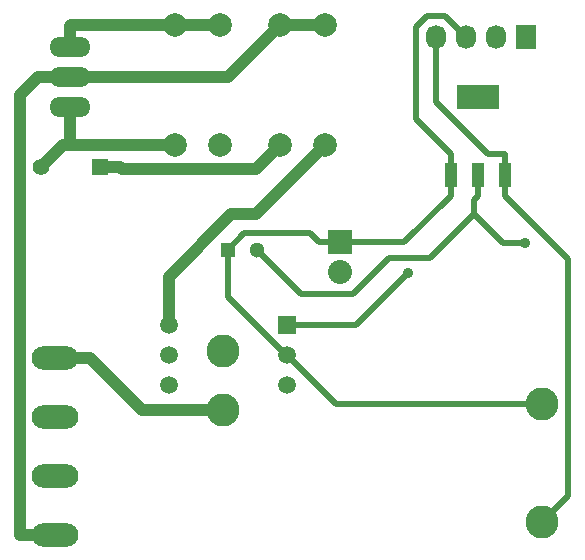
<source format=gtl>
G04 #@! TF.FileFunction,Copper,L1,Top,Mixed*
%FSLAX46Y46*%
G04 Gerber Fmt 4.6, Leading zero omitted, Abs format (unit mm)*
G04 Created by KiCad (PCBNEW (2015-10-22 BZR 6274, Git d63c017)-product) date 25.10.2015 14:05:11*
%MOMM*%
G01*
G04 APERTURE LIST*
%ADD10C,0.150000*%
%ADD11R,1.300000X1.300000*%
%ADD12C,1.300000*%
%ADD13R,1.400000X1.400000*%
%ADD14C,1.400000*%
%ADD15R,1.501140X1.501140*%
%ADD16C,1.501140*%
%ADD17R,1.727200X2.032000*%
%ADD18O,1.727200X2.032000*%
%ADD19O,3.962400X1.981200*%
%ADD20O,3.500120X1.699260*%
%ADD21C,1.998980*%
%ADD22R,3.657600X2.032000*%
%ADD23R,1.016000X2.032000*%
%ADD24R,2.032000X2.032000*%
%ADD25O,2.032000X2.032000*%
%ADD26C,2.799080*%
%ADD27C,0.889000*%
%ADD28C,0.500000*%
%ADD29C,1.000000*%
G04 APERTURE END LIST*
D10*
D11*
X184785000Y-139700000D03*
D12*
X187285000Y-139700000D03*
D13*
X173990000Y-132715000D03*
D14*
X168990000Y-132715000D03*
D15*
X189786260Y-146050000D03*
D16*
X189786260Y-148590000D03*
X189786260Y-151130000D03*
X179786280Y-151130000D03*
X179786280Y-148590000D03*
X179786280Y-146050000D03*
D17*
X210058000Y-121666000D03*
D18*
X207518000Y-121666000D03*
X204978000Y-121666000D03*
X202438000Y-121666000D03*
D19*
X170180000Y-163830000D03*
X170180000Y-158830000D03*
X170180000Y-148830000D03*
X170180000Y-153830000D03*
D20*
X171450000Y-125095000D03*
X171450000Y-127635000D03*
X171450000Y-122555000D03*
D21*
X184150000Y-130810000D03*
X184150000Y-120650000D03*
X193040000Y-130810000D03*
X193040000Y-120650000D03*
X180340000Y-120650000D03*
X180340000Y-130810000D03*
X189230000Y-120650000D03*
X189230000Y-130810000D03*
D22*
X205994000Y-126746000D03*
D23*
X205994000Y-133350000D03*
X208280000Y-133350000D03*
X203708000Y-133350000D03*
D24*
X194310000Y-139065000D03*
D25*
X194310000Y-141605000D03*
D26*
X184420000Y-148250000D03*
X184420000Y-153250000D03*
X211420000Y-162750000D03*
X211420000Y-152750000D03*
D27*
X209935000Y-139110200D03*
X200029100Y-141665300D03*
D28*
X203708000Y-133350000D02*
X203708000Y-135116300D01*
X200767300Y-128643000D02*
X203708000Y-131583700D01*
X200767300Y-120825700D02*
X200767300Y-128643000D01*
X201702900Y-119890100D02*
X200767300Y-120825700D01*
X203202100Y-119890100D02*
X201702900Y-119890100D01*
X204978000Y-121666000D02*
X203202100Y-119890100D01*
X203708000Y-133350000D02*
X203708000Y-131583700D01*
X193946300Y-152750000D02*
X189786300Y-148590000D01*
X211420000Y-152750000D02*
X193946300Y-152750000D01*
X184785000Y-143676900D02*
X184785000Y-139700000D01*
X189698100Y-148590000D02*
X184785000Y-143676900D01*
X189786300Y-148590000D02*
X189698100Y-148590000D01*
X199759300Y-139065000D02*
X194310000Y-139065000D01*
X203708000Y-135116300D02*
X199759300Y-139065000D01*
X191764700Y-138286000D02*
X192543700Y-139065000D01*
X186199000Y-138286000D02*
X191764700Y-138286000D01*
X184785000Y-139700000D02*
X186199000Y-138286000D01*
X194310000Y-139065000D02*
X192543700Y-139065000D01*
X205994000Y-133350000D02*
X205994000Y-135116300D01*
X205662200Y-135448100D02*
X205662200Y-136644200D01*
X205994000Y-135116300D02*
X205662200Y-135448100D01*
X208128200Y-139110200D02*
X209935000Y-139110200D01*
X205662200Y-136644200D02*
X208128200Y-139110200D01*
X190997500Y-143412500D02*
X187285000Y-139700000D01*
X195419600Y-143412500D02*
X190997500Y-143412500D01*
X198467800Y-140364300D02*
X195419600Y-143412500D01*
X201942100Y-140364300D02*
X198467800Y-140364300D01*
X205662200Y-136644200D02*
X201942100Y-140364300D01*
D29*
X175806500Y-132831200D02*
X175690300Y-132715000D01*
X187208800Y-132831200D02*
X175806500Y-132831200D01*
X189230000Y-130810000D02*
X187208800Y-132831200D01*
X173990000Y-132715000D02*
X175690300Y-132715000D01*
X177581500Y-153250000D02*
X173161500Y-148830000D01*
X184420000Y-153250000D02*
X177581500Y-153250000D01*
X170180000Y-148830000D02*
X173161500Y-148830000D01*
X171450000Y-127635000D02*
X171450000Y-129484900D01*
X171450000Y-130810000D02*
X171450000Y-129484900D01*
X180340000Y-130810000D02*
X171450000Y-130810000D01*
X170895000Y-130810000D02*
X168990000Y-132715000D01*
X171450000Y-130810000D02*
X170895000Y-130810000D01*
D28*
X195644400Y-146050000D02*
X200029100Y-141665300D01*
X189786300Y-146050000D02*
X195644400Y-146050000D01*
D29*
X179786300Y-141978300D02*
X179786300Y-146050000D01*
X185115400Y-136649200D02*
X179786300Y-141978300D01*
X187200800Y-136649200D02*
X185115400Y-136649200D01*
X193040000Y-130810000D02*
X187200800Y-136649200D01*
D28*
X202438000Y-127176800D02*
X202438000Y-121666000D01*
X206844900Y-131583700D02*
X202438000Y-127176800D01*
X208280000Y-131583700D02*
X206844900Y-131583700D01*
X208280000Y-133350000D02*
X208280000Y-131583700D01*
X213601700Y-140438000D02*
X208280000Y-135116300D01*
X213601700Y-160568300D02*
X213601700Y-140438000D01*
X211420000Y-162750000D02*
X213601700Y-160568300D01*
X208280000Y-133350000D02*
X208280000Y-135116300D01*
D29*
X189230000Y-120650000D02*
X193040000Y-120650000D01*
X184785000Y-125095000D02*
X171450000Y-125095000D01*
X189230000Y-120650000D02*
X184785000Y-125095000D01*
X167198500Y-126596100D02*
X167198500Y-163830000D01*
X168699600Y-125095000D02*
X167198500Y-126596100D01*
X171450000Y-125095000D02*
X168699600Y-125095000D01*
X170180000Y-163830000D02*
X167198500Y-163830000D01*
X184150000Y-120650000D02*
X180340000Y-120650000D01*
X171505100Y-120650000D02*
X171450000Y-120705100D01*
X180340000Y-120650000D02*
X171505100Y-120650000D01*
X171450000Y-122555000D02*
X171450000Y-120705100D01*
M02*

</source>
